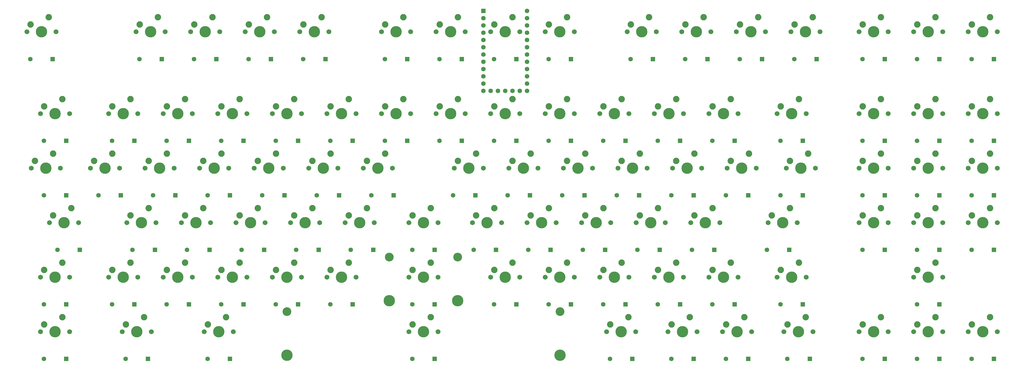
<source format=gbr>
%TF.GenerationSoftware,KiCad,Pcbnew,7.0.6*%
%TF.CreationDate,2023-10-21T08:39:51-04:00*%
%TF.ProjectId,mecmec,6d65636d-6563-42e6-9b69-6361645f7063,rev?*%
%TF.SameCoordinates,Original*%
%TF.FileFunction,Soldermask,Bot*%
%TF.FilePolarity,Negative*%
%FSLAX46Y46*%
G04 Gerber Fmt 4.6, Leading zero omitted, Abs format (unit mm)*
G04 Created by KiCad (PCBNEW 7.0.6) date 2023-10-21 08:39:51*
%MOMM*%
%LPD*%
G01*
G04 APERTURE LIST*
%ADD10R,1.600000X1.600000*%
%ADD11C,1.600000*%
%ADD12C,1.701800*%
%ADD13C,3.987800*%
%ADD14C,2.250000*%
%ADD15C,3.048000*%
G04 APERTURE END LIST*
D10*
%TO.C,U1*%
X182880000Y-21300000D03*
D11*
X182880000Y-23840000D03*
X182880000Y-26380000D03*
X182880000Y-28920000D03*
X182880000Y-31460000D03*
X182880000Y-34000000D03*
X182880000Y-36540000D03*
X182880000Y-39080000D03*
X182880000Y-41620000D03*
X182880000Y-44160000D03*
X182880000Y-46700000D03*
X182880000Y-49240000D03*
X185420000Y-49240000D03*
X187960000Y-49240000D03*
X190500000Y-49240000D03*
X193040000Y-49240000D03*
X195580000Y-49240000D03*
X198120000Y-49240000D03*
X198120000Y-46700000D03*
X198120000Y-44160000D03*
X198120000Y-41620000D03*
X198120000Y-39080000D03*
X198120000Y-36540000D03*
X198120000Y-34000000D03*
X198120000Y-31460000D03*
X198120000Y-28920000D03*
X198120000Y-26380000D03*
X198120000Y-23840000D03*
X198120000Y-21300000D03*
%TD*%
D12*
%TO.C,K50*%
X352107500Y-76200000D03*
D13*
X357187500Y-76200000D03*
D12*
X362267500Y-76200000D03*
D14*
X353377500Y-73660000D03*
X359727500Y-71120000D03*
%TD*%
D12*
%TO.C,K89*%
X314007500Y-133350000D03*
D13*
X319087500Y-133350000D03*
D12*
X324167500Y-133350000D03*
D14*
X315277500Y-130810000D03*
X321627500Y-128270000D03*
%TD*%
D12*
%TO.C,K81*%
X28257500Y-133350000D03*
D13*
X33337500Y-133350000D03*
D12*
X38417500Y-133350000D03*
D14*
X29527500Y-130810000D03*
X35877500Y-128270000D03*
%TD*%
D10*
%TO.C,D75*%
X213450000Y-123825000D03*
D11*
X205650000Y-123825000D03*
%TD*%
D12*
%TO.C,K12*%
X271145000Y-28575000D03*
D13*
X276225000Y-28575000D03*
D12*
X281305000Y-28575000D03*
D14*
X272415000Y-26035000D03*
X278765000Y-23495000D03*
%TD*%
D10*
%TO.C,D69*%
X80100000Y-123825000D03*
D11*
X72300000Y-123825000D03*
%TD*%
D10*
%TO.C,D50*%
X361087500Y-85725000D03*
D11*
X353287500Y-85725000D03*
%TD*%
D10*
%TO.C,D20*%
X99150000Y-66675000D03*
D11*
X91350000Y-66675000D03*
%TD*%
D12*
%TO.C,K13*%
X290195000Y-28575000D03*
D13*
X295275000Y-28575000D03*
D12*
X300355000Y-28575000D03*
D14*
X291465000Y-26035000D03*
X297815000Y-23495000D03*
%TD*%
D10*
%TO.C,D59*%
X206306250Y-104775000D03*
D11*
X198506250Y-104775000D03*
%TD*%
D12*
%TO.C,K39*%
X121920000Y-76200000D03*
D13*
X127000000Y-76200000D03*
D12*
X132080000Y-76200000D03*
D14*
X123190000Y-73660000D03*
X129540000Y-71120000D03*
%TD*%
D12*
%TO.C,K48*%
X314007500Y-76200000D03*
D13*
X319087500Y-76200000D03*
D12*
X324167500Y-76200000D03*
D14*
X315277500Y-73660000D03*
X321627500Y-71120000D03*
%TD*%
D10*
%TO.C,D9*%
X213450000Y-38100000D03*
D11*
X205650000Y-38100000D03*
%TD*%
D12*
%TO.C,K90*%
X333057500Y-133350000D03*
D13*
X338137500Y-133350000D03*
D12*
X343217500Y-133350000D03*
D14*
X334327500Y-130810000D03*
X340677500Y-128270000D03*
%TD*%
D10*
%TO.C,D16*%
X361087500Y-38100000D03*
D11*
X353287500Y-38100000D03*
%TD*%
D10*
%TO.C,D23*%
X156300000Y-66675000D03*
D11*
X148500000Y-66675000D03*
%TD*%
D10*
%TO.C,D7*%
X175350000Y-38100000D03*
D11*
X167550000Y-38100000D03*
%TD*%
D12*
%TO.C,K11*%
X252095000Y-28575000D03*
D13*
X257175000Y-28575000D03*
D12*
X262255000Y-28575000D03*
D14*
X253365000Y-26035000D03*
X259715000Y-23495000D03*
%TD*%
D12*
%TO.C,K85*%
X225901250Y-133350000D03*
D13*
X230981250Y-133350000D03*
D12*
X236061250Y-133350000D03*
D14*
X227171250Y-130810000D03*
X233521250Y-128270000D03*
%TD*%
D10*
%TO.C,D22*%
X137250000Y-66675000D03*
D11*
X129450000Y-66675000D03*
%TD*%
D12*
%TO.C,K57*%
X156845000Y-95250000D03*
D13*
X161925000Y-95250000D03*
D12*
X167005000Y-95250000D03*
D14*
X158115000Y-92710000D03*
X164465000Y-90170000D03*
%TD*%
D10*
%TO.C,D56*%
X144393750Y-104775000D03*
D11*
X136593750Y-104775000D03*
%TD*%
D12*
%TO.C,K47*%
X288607500Y-76200000D03*
D13*
X293687500Y-76200000D03*
D12*
X298767500Y-76200000D03*
D14*
X289877500Y-73660000D03*
X296227500Y-71120000D03*
%TD*%
D10*
%TO.C,D24*%
X175350000Y-66675000D03*
D11*
X167550000Y-66675000D03*
%TD*%
D12*
%TO.C,K35*%
X45720000Y-76200000D03*
D13*
X50800000Y-76200000D03*
D12*
X55880000Y-76200000D03*
D14*
X46990000Y-73660000D03*
X53340000Y-71120000D03*
%TD*%
D10*
%TO.C,D34*%
X37237500Y-85725000D03*
D11*
X29437500Y-85725000D03*
%TD*%
D10*
%TO.C,D44*%
X237262500Y-85725000D03*
D11*
X229462500Y-85725000D03*
%TD*%
D10*
%TO.C,D73*%
X165825000Y-123825000D03*
D11*
X158025000Y-123825000D03*
%TD*%
D12*
%TO.C,K41*%
X172720000Y-76200000D03*
D13*
X177800000Y-76200000D03*
D12*
X182880000Y-76200000D03*
D14*
X173990000Y-73660000D03*
X180340000Y-71120000D03*
%TD*%
D12*
%TO.C,K28*%
X242570000Y-57150000D03*
D13*
X247650000Y-57150000D03*
D12*
X252730000Y-57150000D03*
D14*
X243840000Y-54610000D03*
X250190000Y-52070000D03*
%TD*%
D10*
%TO.C,D54*%
X106293750Y-104775000D03*
D11*
X98493750Y-104775000D03*
%TD*%
D10*
%TO.C,D83*%
X94387500Y-142875000D03*
D11*
X86587500Y-142875000D03*
%TD*%
D10*
%TO.C,D68*%
X61050000Y-123825000D03*
D11*
X53250000Y-123825000D03*
%TD*%
D12*
%TO.C,K4*%
X99695000Y-28575000D03*
D13*
X104775000Y-28575000D03*
D12*
X109855000Y-28575000D03*
D14*
X100965000Y-26035000D03*
X107315000Y-23495000D03*
%TD*%
D12*
%TO.C,K77*%
X242570000Y-114300000D03*
D13*
X247650000Y-114300000D03*
D12*
X252730000Y-114300000D03*
D14*
X243840000Y-111760000D03*
X250190000Y-109220000D03*
%TD*%
D10*
%TO.C,D84*%
X165825000Y-142875000D03*
D11*
X158025000Y-142875000D03*
%TD*%
D12*
%TO.C,K46*%
X267970000Y-76200000D03*
D13*
X273050000Y-76200000D03*
D12*
X278130000Y-76200000D03*
D14*
X269240000Y-73660000D03*
X275590000Y-71120000D03*
%TD*%
D10*
%TO.C,D43*%
X218212500Y-85725000D03*
D11*
X210412500Y-85725000D03*
%TD*%
D12*
%TO.C,K69*%
X71120000Y-114300000D03*
D13*
X76200000Y-114300000D03*
D12*
X81280000Y-114300000D03*
D14*
X72390000Y-111760000D03*
X78740000Y-109220000D03*
%TD*%
D12*
%TO.C,K44*%
X229870000Y-76200000D03*
D13*
X234950000Y-76200000D03*
D12*
X240030000Y-76200000D03*
D14*
X231140000Y-73660000D03*
X237490000Y-71120000D03*
%TD*%
D10*
%TO.C,D60*%
X225356250Y-104775000D03*
D11*
X217556250Y-104775000D03*
%TD*%
D10*
%TO.C,D21*%
X118200000Y-66675000D03*
D11*
X110400000Y-66675000D03*
%TD*%
D15*
%TO.C,K73*%
X149987000Y-107315000D03*
D13*
X149987000Y-122555000D03*
D12*
X156845000Y-114300000D03*
D13*
X161925000Y-114300000D03*
D12*
X167005000Y-114300000D03*
D15*
X173863000Y-107315000D03*
D13*
X173863000Y-122555000D03*
D14*
X158115000Y-111760000D03*
X164465000Y-109220000D03*
%TD*%
D12*
%TO.C,K80*%
X333057500Y-114300000D03*
D13*
X338137500Y-114300000D03*
D12*
X343217500Y-114300000D03*
D14*
X334327500Y-111760000D03*
X340677500Y-109220000D03*
%TD*%
D12*
%TO.C,K67*%
X28257500Y-114300000D03*
D13*
X33337500Y-114300000D03*
D12*
X38417500Y-114300000D03*
D14*
X29527500Y-111760000D03*
X35877500Y-109220000D03*
%TD*%
D12*
%TO.C,K38*%
X102870000Y-76200000D03*
D13*
X107950000Y-76200000D03*
D12*
X113030000Y-76200000D03*
D14*
X104140000Y-73660000D03*
X110490000Y-71120000D03*
%TD*%
D12*
%TO.C,K61*%
X236220000Y-95250000D03*
D13*
X241300000Y-95250000D03*
D12*
X246380000Y-95250000D03*
D14*
X237490000Y-92710000D03*
X243840000Y-90170000D03*
%TD*%
D10*
%TO.C,D35*%
X56287500Y-85725000D03*
D11*
X48487500Y-85725000D03*
%TD*%
D12*
%TO.C,K9*%
X204470000Y-28575000D03*
D13*
X209550000Y-28575000D03*
D12*
X214630000Y-28575000D03*
D14*
X205740000Y-26035000D03*
X212090000Y-23495000D03*
%TD*%
D12*
%TO.C,K72*%
X128270000Y-114300000D03*
D13*
X133350000Y-114300000D03*
D12*
X138430000Y-114300000D03*
D14*
X129540000Y-111760000D03*
X135890000Y-109220000D03*
%TD*%
D10*
%TO.C,D31*%
X322987500Y-66675000D03*
D11*
X315187500Y-66675000D03*
%TD*%
D10*
%TO.C,D64*%
X322987500Y-104775000D03*
D11*
X315187500Y-104775000D03*
%TD*%
D12*
%TO.C,K70*%
X90170000Y-114300000D03*
D13*
X95250000Y-114300000D03*
D12*
X100330000Y-114300000D03*
D14*
X91440000Y-111760000D03*
X97790000Y-109220000D03*
%TD*%
D12*
%TO.C,K56*%
X134620000Y-95250000D03*
D13*
X139700000Y-95250000D03*
D12*
X144780000Y-95250000D03*
D14*
X135890000Y-92710000D03*
X142240000Y-90170000D03*
%TD*%
D10*
%TO.C,D82*%
X65812500Y-142875000D03*
D11*
X58012500Y-142875000D03*
%TD*%
D12*
%TO.C,K82*%
X56832500Y-133350000D03*
D13*
X61912500Y-133350000D03*
D12*
X66992500Y-133350000D03*
D14*
X58102500Y-130810000D03*
X64452500Y-128270000D03*
%TD*%
D10*
%TO.C,D29*%
X270600000Y-66675000D03*
D11*
X262800000Y-66675000D03*
%TD*%
D10*
%TO.C,D66*%
X361087500Y-104775000D03*
D11*
X353287500Y-104775000D03*
%TD*%
D12*
%TO.C,K19*%
X71120000Y-57150000D03*
D13*
X76200000Y-57150000D03*
D12*
X81280000Y-57150000D03*
D14*
X72390000Y-54610000D03*
X78740000Y-52070000D03*
%TD*%
D12*
%TO.C,K51*%
X31432500Y-95250000D03*
D13*
X36512500Y-95250000D03*
D12*
X41592500Y-95250000D03*
D14*
X32702500Y-92710000D03*
X39052500Y-90170000D03*
%TD*%
D10*
%TO.C,D30*%
X294412500Y-66675000D03*
D11*
X286612500Y-66675000D03*
%TD*%
D12*
%TO.C,K16*%
X352107500Y-28575000D03*
D13*
X357187500Y-28575000D03*
D12*
X362267500Y-28575000D03*
D14*
X353377500Y-26035000D03*
X359727500Y-23495000D03*
%TD*%
D10*
%TO.C,D71*%
X118200000Y-123825000D03*
D11*
X110400000Y-123825000D03*
%TD*%
D10*
%TO.C,D39*%
X132487500Y-85725000D03*
D11*
X124687500Y-85725000D03*
%TD*%
D10*
%TO.C,D53*%
X87243750Y-104775000D03*
D11*
X79443750Y-104775000D03*
%TD*%
D12*
%TO.C,K43*%
X210820000Y-76200000D03*
D13*
X215900000Y-76200000D03*
D12*
X220980000Y-76200000D03*
D14*
X212090000Y-73660000D03*
X218440000Y-71120000D03*
%TD*%
D10*
%TO.C,D37*%
X94387500Y-85725000D03*
D11*
X86587500Y-85725000D03*
%TD*%
D12*
%TO.C,K60*%
X217170000Y-95250000D03*
D13*
X222250000Y-95250000D03*
D12*
X227330000Y-95250000D03*
D14*
X218440000Y-92710000D03*
X224790000Y-90170000D03*
%TD*%
D12*
%TO.C,K91*%
X352107500Y-133350000D03*
D13*
X357187500Y-133350000D03*
D12*
X362267500Y-133350000D03*
D14*
X353377500Y-130810000D03*
X359727500Y-128270000D03*
%TD*%
D10*
%TO.C,D62*%
X263456250Y-104775000D03*
D11*
X255656250Y-104775000D03*
%TD*%
D12*
%TO.C,K63*%
X282257500Y-95250000D03*
D13*
X287337500Y-95250000D03*
D12*
X292417500Y-95250000D03*
D14*
X283527500Y-92710000D03*
X289877500Y-90170000D03*
%TD*%
D10*
%TO.C,D90*%
X342037500Y-142875000D03*
D11*
X334237500Y-142875000D03*
%TD*%
D12*
%TO.C,K64*%
X314007500Y-95250000D03*
D13*
X319087500Y-95250000D03*
D12*
X324167500Y-95250000D03*
D14*
X315277500Y-92710000D03*
X321627500Y-90170000D03*
%TD*%
D12*
%TO.C,K26*%
X204470000Y-57150000D03*
D13*
X209550000Y-57150000D03*
D12*
X214630000Y-57150000D03*
D14*
X205740000Y-54610000D03*
X212090000Y-52070000D03*
%TD*%
D12*
%TO.C,K83*%
X85407500Y-133350000D03*
D13*
X90487500Y-133350000D03*
D12*
X95567500Y-133350000D03*
D14*
X86677500Y-130810000D03*
X93027500Y-128270000D03*
%TD*%
D10*
%TO.C,D25*%
X194400000Y-66675000D03*
D11*
X186600000Y-66675000D03*
%TD*%
D12*
%TO.C,K25*%
X185420000Y-57150000D03*
D13*
X190500000Y-57150000D03*
D12*
X195580000Y-57150000D03*
D14*
X186690000Y-54610000D03*
X193040000Y-52070000D03*
%TD*%
D10*
%TO.C,D42*%
X199162500Y-85725000D03*
D11*
X191362500Y-85725000D03*
%TD*%
D10*
%TO.C,D55*%
X125343750Y-104775000D03*
D11*
X117543750Y-104775000D03*
%TD*%
D12*
%TO.C,K78*%
X261620000Y-114300000D03*
D13*
X266700000Y-114300000D03*
D12*
X271780000Y-114300000D03*
D14*
X262890000Y-111760000D03*
X269240000Y-109220000D03*
%TD*%
D12*
%TO.C,K71*%
X109220000Y-114300000D03*
D13*
X114300000Y-114300000D03*
D12*
X119380000Y-114300000D03*
D14*
X110490000Y-111760000D03*
X116840000Y-109220000D03*
%TD*%
D10*
%TO.C,D88*%
X296793750Y-142875000D03*
D11*
X288993750Y-142875000D03*
%TD*%
D10*
%TO.C,D49*%
X342037500Y-85725000D03*
D11*
X334237500Y-85725000D03*
%TD*%
D12*
%TO.C,K62*%
X255270000Y-95250000D03*
D13*
X260350000Y-95250000D03*
D12*
X265430000Y-95250000D03*
D14*
X256540000Y-92710000D03*
X262890000Y-90170000D03*
%TD*%
D10*
%TO.C,D47*%
X294412500Y-85725000D03*
D11*
X286612500Y-85725000D03*
%TD*%
D12*
%TO.C,K74*%
X185420000Y-114300000D03*
D13*
X190500000Y-114300000D03*
D12*
X195580000Y-114300000D03*
D14*
X186690000Y-111760000D03*
X193040000Y-109220000D03*
%TD*%
D12*
%TO.C,K37*%
X83820000Y-76200000D03*
D13*
X88900000Y-76200000D03*
D12*
X93980000Y-76200000D03*
D14*
X85090000Y-73660000D03*
X91440000Y-71120000D03*
%TD*%
D10*
%TO.C,D14*%
X322987500Y-38100000D03*
D11*
X315187500Y-38100000D03*
%TD*%
D10*
%TO.C,D10*%
X242025000Y-38100000D03*
D11*
X234225000Y-38100000D03*
%TD*%
D12*
%TO.C,K30*%
X285432500Y-57150000D03*
D13*
X290512500Y-57150000D03*
D12*
X295592500Y-57150000D03*
D14*
X286702500Y-54610000D03*
X293052500Y-52070000D03*
%TD*%
D10*
%TO.C,D36*%
X75337500Y-85725000D03*
D11*
X67537500Y-85725000D03*
%TD*%
D12*
%TO.C,K8*%
X185420000Y-28575000D03*
D13*
X190500000Y-28575000D03*
D12*
X195580000Y-28575000D03*
D14*
X186690000Y-26035000D03*
X193040000Y-23495000D03*
%TD*%
D10*
%TO.C,D46*%
X275362500Y-85725000D03*
D11*
X267562500Y-85725000D03*
%TD*%
D10*
%TO.C,D67*%
X37237500Y-123825000D03*
D11*
X29437500Y-123825000D03*
%TD*%
D12*
%TO.C,K42*%
X191770000Y-76200000D03*
D13*
X196850000Y-76200000D03*
D12*
X201930000Y-76200000D03*
D14*
X193040000Y-73660000D03*
X199390000Y-71120000D03*
%TD*%
D10*
%TO.C,D41*%
X180112500Y-85725000D03*
D11*
X172312500Y-85725000D03*
%TD*%
D10*
%TO.C,D87*%
X275362500Y-142875000D03*
D11*
X267562500Y-142875000D03*
%TD*%
D10*
%TO.C,D5*%
X127725000Y-38100000D03*
D11*
X119925000Y-38100000D03*
%TD*%
D10*
%TO.C,D48*%
X322987500Y-85725000D03*
D11*
X315187500Y-85725000D03*
%TD*%
D12*
%TO.C,K20*%
X90170000Y-57150000D03*
D13*
X95250000Y-57150000D03*
D12*
X100330000Y-57150000D03*
D14*
X91440000Y-54610000D03*
X97790000Y-52070000D03*
%TD*%
D10*
%TO.C,D1*%
X32475000Y-38100000D03*
D11*
X24675000Y-38100000D03*
%TD*%
D10*
%TO.C,D77*%
X251550000Y-123825000D03*
D11*
X243750000Y-123825000D03*
%TD*%
D12*
%TO.C,K86*%
X247332500Y-133350000D03*
D13*
X252412500Y-133350000D03*
D12*
X257492500Y-133350000D03*
D14*
X248602500Y-130810000D03*
X254952500Y-128270000D03*
%TD*%
D10*
%TO.C,D18*%
X61050000Y-66675000D03*
D11*
X53250000Y-66675000D03*
%TD*%
D12*
%TO.C,K87*%
X266382500Y-133350000D03*
D13*
X271462500Y-133350000D03*
D12*
X276542500Y-133350000D03*
D14*
X267652500Y-130810000D03*
X274002500Y-128270000D03*
%TD*%
D12*
%TO.C,K27*%
X223520000Y-57150000D03*
D13*
X228600000Y-57150000D03*
D12*
X233680000Y-57150000D03*
D14*
X224790000Y-54610000D03*
X231140000Y-52070000D03*
%TD*%
D10*
%TO.C,D12*%
X280125000Y-38100000D03*
D11*
X272325000Y-38100000D03*
%TD*%
D10*
%TO.C,D4*%
X108675000Y-38100000D03*
D11*
X100875000Y-38100000D03*
%TD*%
D12*
%TO.C,K49*%
X333057500Y-76200000D03*
D13*
X338137500Y-76200000D03*
D12*
X343217500Y-76200000D03*
D14*
X334327500Y-73660000D03*
X340677500Y-71120000D03*
%TD*%
D10*
%TO.C,D58*%
X187256250Y-104775000D03*
D11*
X179456250Y-104775000D03*
%TD*%
D12*
%TO.C,K15*%
X333057500Y-28575000D03*
D13*
X338137500Y-28575000D03*
D12*
X343217500Y-28575000D03*
D14*
X334327500Y-26035000D03*
X340677500Y-23495000D03*
%TD*%
D12*
%TO.C,K21*%
X109220000Y-57150000D03*
D13*
X114300000Y-57150000D03*
D12*
X119380000Y-57150000D03*
D14*
X110490000Y-54610000D03*
X116840000Y-52070000D03*
%TD*%
D12*
%TO.C,K53*%
X77470000Y-95250000D03*
D13*
X82550000Y-95250000D03*
D12*
X87630000Y-95250000D03*
D14*
X78740000Y-92710000D03*
X85090000Y-90170000D03*
%TD*%
D12*
%TO.C,K36*%
X64770000Y-76200000D03*
D13*
X69850000Y-76200000D03*
D12*
X74930000Y-76200000D03*
D14*
X66040000Y-73660000D03*
X72390000Y-71120000D03*
%TD*%
D12*
%TO.C,K17*%
X28257500Y-57150000D03*
D13*
X33337500Y-57150000D03*
D12*
X38417500Y-57150000D03*
D14*
X29527500Y-54610000D03*
X35877500Y-52070000D03*
%TD*%
D12*
%TO.C,K66*%
X352107500Y-95250000D03*
D13*
X357187500Y-95250000D03*
D12*
X362267500Y-95250000D03*
D14*
X353377500Y-92710000D03*
X359727500Y-90170000D03*
%TD*%
D10*
%TO.C,D91*%
X361087500Y-142875000D03*
D11*
X353287500Y-142875000D03*
%TD*%
D12*
%TO.C,K45*%
X248920000Y-76200000D03*
D13*
X254000000Y-76200000D03*
D12*
X259080000Y-76200000D03*
D14*
X250190000Y-73660000D03*
X256540000Y-71120000D03*
%TD*%
D10*
%TO.C,D33*%
X361087500Y-66675000D03*
D11*
X353287500Y-66675000D03*
%TD*%
D12*
%TO.C,K33*%
X352107500Y-57150000D03*
D13*
X357187500Y-57150000D03*
D12*
X362267500Y-57150000D03*
D14*
X353377500Y-54610000D03*
X359727500Y-52070000D03*
%TD*%
D10*
%TO.C,D76*%
X232500000Y-123825000D03*
D11*
X224700000Y-123825000D03*
%TD*%
D12*
%TO.C,K14*%
X314007500Y-28575000D03*
D13*
X319087500Y-28575000D03*
D12*
X324167500Y-28575000D03*
D14*
X315277500Y-26035000D03*
X321627500Y-23495000D03*
%TD*%
D12*
%TO.C,K3*%
X80645000Y-28575000D03*
D13*
X85725000Y-28575000D03*
D12*
X90805000Y-28575000D03*
D14*
X81915000Y-26035000D03*
X88265000Y-23495000D03*
%TD*%
D10*
%TO.C,D26*%
X213450000Y-66675000D03*
D11*
X205650000Y-66675000D03*
%TD*%
D10*
%TO.C,D19*%
X80100000Y-66675000D03*
D11*
X72300000Y-66675000D03*
%TD*%
D10*
%TO.C,D52*%
X68193750Y-104775000D03*
D11*
X60393750Y-104775000D03*
%TD*%
D10*
%TO.C,D38*%
X113437500Y-85725000D03*
D11*
X105637500Y-85725000D03*
%TD*%
D10*
%TO.C,D85*%
X234881250Y-142875000D03*
D11*
X227081250Y-142875000D03*
%TD*%
D10*
%TO.C,D15*%
X342037500Y-38100000D03*
D11*
X334237500Y-38100000D03*
%TD*%
D12*
%TO.C,K31*%
X314007500Y-57150000D03*
D13*
X319087500Y-57150000D03*
D12*
X324167500Y-57150000D03*
D14*
X315277500Y-54610000D03*
X321627500Y-52070000D03*
%TD*%
D12*
%TO.C,K29*%
X261620000Y-57150000D03*
D13*
X266700000Y-57150000D03*
D12*
X271780000Y-57150000D03*
D14*
X262890000Y-54610000D03*
X269240000Y-52070000D03*
%TD*%
D10*
%TO.C,D45*%
X256312500Y-85725000D03*
D11*
X248512500Y-85725000D03*
%TD*%
D12*
%TO.C,K88*%
X287813750Y-133350000D03*
D13*
X292893750Y-133350000D03*
D12*
X297973750Y-133350000D03*
D14*
X289083750Y-130810000D03*
X295433750Y-128270000D03*
%TD*%
D12*
%TO.C,K75*%
X204470000Y-114300000D03*
D13*
X209550000Y-114300000D03*
D12*
X214630000Y-114300000D03*
D14*
X205740000Y-111760000D03*
X212090000Y-109220000D03*
%TD*%
D10*
%TO.C,D70*%
X99150000Y-123825000D03*
D11*
X91350000Y-123825000D03*
%TD*%
D10*
%TO.C,D17*%
X37237500Y-66675000D03*
D11*
X29437500Y-66675000D03*
%TD*%
D12*
%TO.C,K22*%
X128270000Y-57150000D03*
D13*
X133350000Y-57150000D03*
D12*
X138430000Y-57150000D03*
D14*
X129540000Y-54610000D03*
X135890000Y-52070000D03*
%TD*%
D10*
%TO.C,D81*%
X37237500Y-142875000D03*
D11*
X29437500Y-142875000D03*
%TD*%
D10*
%TO.C,D28*%
X251550000Y-66675000D03*
D11*
X243750000Y-66675000D03*
%TD*%
D10*
%TO.C,D89*%
X322987500Y-142875000D03*
D11*
X315187500Y-142875000D03*
%TD*%
D12*
%TO.C,K34*%
X25082500Y-76200000D03*
D13*
X30162500Y-76200000D03*
D12*
X35242500Y-76200000D03*
D14*
X26352500Y-73660000D03*
X32702500Y-71120000D03*
%TD*%
D12*
%TO.C,K32*%
X333057500Y-57150000D03*
D13*
X338137500Y-57150000D03*
D12*
X343217500Y-57150000D03*
D14*
X334327500Y-54610000D03*
X340677500Y-52070000D03*
%TD*%
D12*
%TO.C,K52*%
X58420000Y-95250000D03*
D13*
X63500000Y-95250000D03*
D12*
X68580000Y-95250000D03*
D14*
X59690000Y-92710000D03*
X66040000Y-90170000D03*
%TD*%
D10*
%TO.C,D57*%
X165825000Y-104775000D03*
D11*
X158025000Y-104775000D03*
%TD*%
D10*
%TO.C,D2*%
X70575000Y-38100000D03*
D11*
X62775000Y-38100000D03*
%TD*%
D12*
%TO.C,K58*%
X179070000Y-95250000D03*
D13*
X184150000Y-95250000D03*
D12*
X189230000Y-95250000D03*
D14*
X180340000Y-92710000D03*
X186690000Y-90170000D03*
%TD*%
D10*
%TO.C,D86*%
X256312500Y-142875000D03*
D11*
X248512500Y-142875000D03*
%TD*%
D10*
%TO.C,D6*%
X156300000Y-38100000D03*
D11*
X148500000Y-38100000D03*
%TD*%
D15*
%TO.C,K84*%
X114262000Y-126365000D03*
D13*
X114262000Y-141605000D03*
D12*
X156845000Y-133350000D03*
D13*
X161925000Y-133350000D03*
D12*
X167005000Y-133350000D03*
D15*
X209588000Y-126365000D03*
D13*
X209588000Y-141605000D03*
D14*
X158115000Y-130810000D03*
X164465000Y-128270000D03*
%TD*%
D10*
%TO.C,D74*%
X194400000Y-123825000D03*
D11*
X186600000Y-123825000D03*
%TD*%
D12*
%TO.C,K68*%
X52070000Y-114300000D03*
D13*
X57150000Y-114300000D03*
D12*
X62230000Y-114300000D03*
D14*
X53340000Y-111760000D03*
X59690000Y-109220000D03*
%TD*%
D10*
%TO.C,D13*%
X299175000Y-38100000D03*
D11*
X291375000Y-38100000D03*
%TD*%
D10*
%TO.C,D51*%
X42000000Y-104775000D03*
D11*
X34200000Y-104775000D03*
%TD*%
D12*
%TO.C,K7*%
X166370000Y-28575000D03*
D13*
X171450000Y-28575000D03*
D12*
X176530000Y-28575000D03*
D14*
X167640000Y-26035000D03*
X173990000Y-23495000D03*
%TD*%
D10*
%TO.C,D63*%
X289650000Y-104775000D03*
D11*
X281850000Y-104775000D03*
%TD*%
D12*
%TO.C,K59*%
X198120000Y-95250000D03*
D13*
X203200000Y-95250000D03*
D12*
X208280000Y-95250000D03*
D14*
X199390000Y-92710000D03*
X205740000Y-90170000D03*
%TD*%
D10*
%TO.C,D27*%
X232500000Y-66675000D03*
D11*
X224700000Y-66675000D03*
%TD*%
D12*
%TO.C,K24*%
X166370000Y-57150000D03*
D13*
X171450000Y-57150000D03*
D12*
X176530000Y-57150000D03*
D14*
X167640000Y-54610000D03*
X173990000Y-52070000D03*
%TD*%
D12*
%TO.C,K10*%
X233045000Y-28575000D03*
D13*
X238125000Y-28575000D03*
D12*
X243205000Y-28575000D03*
D14*
X234315000Y-26035000D03*
X240665000Y-23495000D03*
%TD*%
D10*
%TO.C,D3*%
X89625000Y-38100000D03*
D11*
X81825000Y-38100000D03*
%TD*%
D10*
%TO.C,D32*%
X342037500Y-66675000D03*
D11*
X334237500Y-66675000D03*
%TD*%
D10*
%TO.C,D72*%
X137250000Y-123825000D03*
D11*
X129450000Y-123825000D03*
%TD*%
D12*
%TO.C,K65*%
X333057500Y-95250000D03*
D13*
X338137500Y-95250000D03*
D12*
X343217500Y-95250000D03*
D14*
X334327500Y-92710000D03*
X340677500Y-90170000D03*
%TD*%
D10*
%TO.C,D78*%
X270600000Y-123825000D03*
D11*
X262800000Y-123825000D03*
%TD*%
D12*
%TO.C,K5*%
X118745000Y-28575000D03*
D13*
X123825000Y-28575000D03*
D12*
X128905000Y-28575000D03*
D14*
X120015000Y-26035000D03*
X126365000Y-23495000D03*
%TD*%
D10*
%TO.C,D61*%
X244406250Y-104775000D03*
D11*
X236606250Y-104775000D03*
%TD*%
D12*
%TO.C,K18*%
X52070000Y-57150000D03*
D13*
X57150000Y-57150000D03*
D12*
X62230000Y-57150000D03*
D14*
X53340000Y-54610000D03*
X59690000Y-52070000D03*
%TD*%
D12*
%TO.C,K2*%
X61595000Y-28575000D03*
D13*
X66675000Y-28575000D03*
D12*
X71755000Y-28575000D03*
D14*
X62865000Y-26035000D03*
X69215000Y-23495000D03*
%TD*%
D10*
%TO.C,D65*%
X342037500Y-104775000D03*
D11*
X334237500Y-104775000D03*
%TD*%
D12*
%TO.C,K76*%
X223520000Y-114300000D03*
D13*
X228600000Y-114300000D03*
D12*
X233680000Y-114300000D03*
D14*
X224790000Y-111760000D03*
X231140000Y-109220000D03*
%TD*%
D10*
%TO.C,D79*%
X294412500Y-123825000D03*
D11*
X286612500Y-123825000D03*
%TD*%
D12*
%TO.C,K55*%
X115570000Y-95250000D03*
D13*
X120650000Y-95250000D03*
D12*
X125730000Y-95250000D03*
D14*
X116840000Y-92710000D03*
X123190000Y-90170000D03*
%TD*%
D10*
%TO.C,D11*%
X261075000Y-38100000D03*
D11*
X253275000Y-38100000D03*
%TD*%
D12*
%TO.C,K40*%
X140970000Y-76200000D03*
D13*
X146050000Y-76200000D03*
D12*
X151130000Y-76200000D03*
D14*
X142240000Y-73660000D03*
X148590000Y-71120000D03*
%TD*%
D10*
%TO.C,D80*%
X342037500Y-123825000D03*
D11*
X334237500Y-123825000D03*
%TD*%
D10*
%TO.C,D40*%
X151537500Y-85725000D03*
D11*
X143737500Y-85725000D03*
%TD*%
D12*
%TO.C,K23*%
X147320000Y-57150000D03*
D13*
X152400000Y-57150000D03*
D12*
X157480000Y-57150000D03*
D14*
X148590000Y-54610000D03*
X154940000Y-52070000D03*
%TD*%
D12*
%TO.C,K6*%
X147320000Y-28575000D03*
D13*
X152400000Y-28575000D03*
D12*
X157480000Y-28575000D03*
D14*
X148590000Y-26035000D03*
X154940000Y-23495000D03*
%TD*%
D12*
%TO.C,K79*%
X285432500Y-114300000D03*
D13*
X290512500Y-114300000D03*
D12*
X295592500Y-114300000D03*
D14*
X286702500Y-111760000D03*
X293052500Y-109220000D03*
%TD*%
D12*
%TO.C,K54*%
X96520000Y-95250000D03*
D13*
X101600000Y-95250000D03*
D12*
X106680000Y-95250000D03*
D14*
X97790000Y-92710000D03*
X104140000Y-90170000D03*
%TD*%
D12*
%TO.C,K1*%
X23495000Y-28575000D03*
D13*
X28575000Y-28575000D03*
D12*
X33655000Y-28575000D03*
D14*
X24765000Y-26035000D03*
X31115000Y-23495000D03*
%TD*%
D10*
%TO.C,D8*%
X194400000Y-38100000D03*
D11*
X186600000Y-38100000D03*
%TD*%
M02*

</source>
